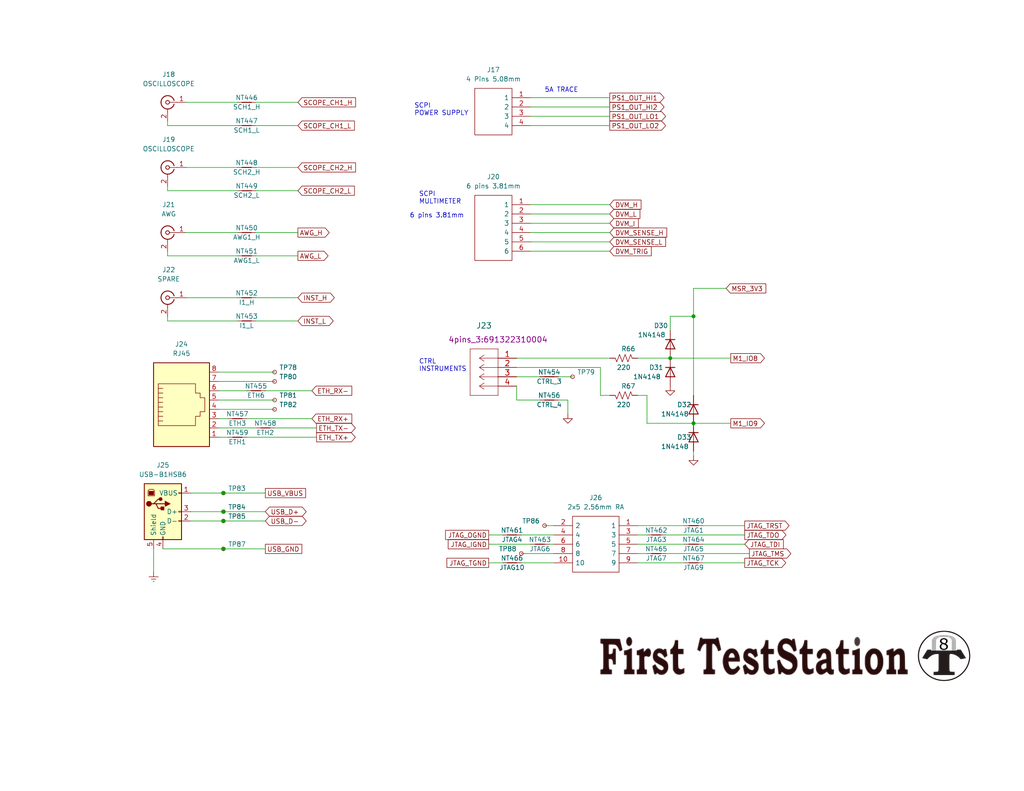
<source format=kicad_sch>
(kicad_sch (version 20211123) (generator eeschema)
  (paper "A")
  (title_block (title "InterconnectIO Board") (date "2022-06-01") (rev "0.1"))
  (lib_symbols
    (symbol "1146770000:1146770000" (pin_names (offset 0.762))
      (property "Reference" "J" (at 16.51 7.62 0))
      (property "Value" "1146770000" (at 16.51 5.08 0))
      (symbol "1146770000_0_0"
        (pin passive line (at 0 0 0) (length 5.08) (name "1") (number "1"))
        (pin passive line (at 0 -2.54 0) (length 5.08) (name "2") (number "2"))
        (pin passive line (at 0 -5.08 0) (length 5.08) (name "3") (number "3"))
        (pin passive line (at 0 -7.62 0) (length 5.08) (name "4") (number "4"))
      )
      (symbol "1146770000_0_1"
        (polyline (pts (xy 5.08 2.54) (xy 15.24 2.54) (xy 15.24 -10.16) (xy 5.08 -10.16) (xy 5.08 2.54)) (stroke (width 0.1524)))
      )
    )
    (symbol "2023-01-04_17-19-45:691322310004" (pin_names (offset 0.254) hide)
      (property "Reference" "J" (at 8.89 6.35 0))
      (property "Value" "691322310004" (at 10.16 -5.08 0))
      (symbol "691322310004_1_1"
        (polyline (pts (xy 5.08 -10.16) (xy 12.7 -10.16)) (stroke (width 0.127)))
        (polyline (pts (xy 5.08 2.54) (xy 5.08 -10.16)) (stroke (width 0.127)))
        (polyline (pts (xy 10.16 -7.62) (xy 5.08 -7.62)) (stroke (width 0.127)))
        (polyline (pts (xy 10.16 -7.62) (xy 8.89 -8.4582)) (stroke (width 0.127)))
        (polyline (pts (xy 10.16 -7.62) (xy 8.89 -6.7818)) (stroke (width 0.127)))
        (polyline (pts (xy 10.16 -5.08) (xy 5.08 -5.08)) (stroke (width 0.127)))
        (polyline (pts (xy 10.16 -5.08) (xy 8.89 -5.9182)) (stroke (width 0.127)))
        (polyline (pts (xy 10.16 -5.08) (xy 8.89 -4.2418)) (stroke (width 0.127)))
        (polyline (pts (xy 10.16 -2.54) (xy 5.08 -2.54)) (stroke (width 0.127)))
        (polyline (pts (xy 10.16 -2.54) (xy 8.89 -3.3782)) (stroke (width 0.127)))
        (polyline (pts (xy 10.16 -2.54) (xy 8.89 -1.7018)) (stroke (width 0.127)))
        (polyline (pts (xy 10.16 0) (xy 5.08 0)) (stroke (width 0.127)))
        (polyline (pts (xy 10.16 0) (xy 8.89 -0.8382)) (stroke (width 0.127)))
        (polyline (pts (xy 10.16 0) (xy 8.89 0.8382)) (stroke (width 0.127)))
        (polyline (pts (xy 12.7 -10.16) (xy 12.7 2.54)) (stroke (width 0.127)))
        (polyline (pts (xy 12.7 2.54) (xy 5.08 2.54)) (stroke (width 0.127)))
        (pin unspecified line (at 0 0 0) (length 5.08) (name "1") (number "1"))
        (pin unspecified line (at 0 -2.54 0) (length 5.08) (name "2") (number "2"))
        (pin unspecified line (at 0 -5.08 0) (length 5.08) (name "3") (number "3"))
        (pin unspecified line (at 0 -7.62 0) (length 5.08) (name "4") (number "4"))
      )
    )
    (symbol "691322310006:691322310006" (pin_names (offset 0.762))
      (property "Reference" "J" (at 16.51 7.62 0))
      (property "Value" "691322310006" (at 16.51 5.08 0))
      (symbol "691322310006_0_0"
        (pin passive line (at 0 0 0) (length 5.08) (name "1") (number "1"))
        (pin passive line (at 0 -2.54 0) (length 5.08) (name "2") (number "2"))
        (pin passive line (at 0 -5.08 0) (length 5.08) (name "3") (number "3"))
        (pin passive line (at 0 -7.62 0) (length 5.08) (name "4") (number "4"))
        (pin passive line (at 0 -10.16 0) (length 5.08) (name "5") (number "5"))
        (pin passive line (at 0 -12.7 0) (length 5.08) (name "6") (number "6"))
      )
      (symbol "691322310006_0_1"
        (polyline (pts (xy 5.08 2.54) (xy 15.24 2.54) (xy 15.24 -15.24) (xy 5.08 -15.24) (xy 5.08 2.54)) (stroke (width 0.1524)))
      )
    )
    (symbol "Connector:8P8C" (pin_names (offset 1.016))
      (property "Reference" "J" (at -5.08 13.97 0))
      (property "Value" "8P8C" (at 2.54 13.97 0))
      (symbol "8P8C_0_1"
        (polyline (pts (xy -5.08 4.445) (xy -6.35 4.445)))
        (polyline (pts (xy -5.08 5.715) (xy -6.35 5.715)))
        (polyline (pts (xy -6.35 -3.175) (xy -5.08 -3.175) (xy -5.08 -3.175)))
        (polyline (pts (xy -6.35 -1.905) (xy -5.08 -1.905) (xy -5.08 -1.905)))
        (polyline (pts (xy -6.35 -0.635) (xy -5.08 -0.635) (xy -5.08 -0.635)))
        (polyline (pts (xy -6.35 0.635) (xy -5.08 0.635) (xy -5.08 0.635)))
        (polyline (pts (xy -6.35 1.905) (xy -5.08 1.905) (xy -5.08 1.905)))
        (polyline (pts (xy -5.08 3.175) (xy -6.35 3.175) (xy -6.35 3.175)))
        (polyline (pts (xy -6.35 -4.445) (xy -6.35 6.985) (xy 3.81 6.985) (xy 3.81 4.445) (xy 5.08 4.445) (xy 5.08 3.175) (xy 6.35 3.175) (xy 6.35 -0.635) (xy 5.08 -0.635) (xy 5.08 -1.905) (xy 3.81 -1.905) (xy 3.81 -4.445) (xy -6.35 -4.445) (xy -6.35 -4.445)))
        (rectangle (start 7.62 12.7) (end -7.62 -10.16) (stroke (width 0.254)) (fill (type background)))
      )
      (symbol "8P8C_1_1"
        (pin passive line (at 10.16 -7.62 180) (length 2.54) (name "~") (number "1"))
        (pin passive line (at 10.16 -5.08 180) (length 2.54) (name "~") (number "2"))
        (pin passive line (at 10.16 -2.54 180) (length 2.54) (name "~") (number "3"))
        (pin passive line (at 10.16 0 180) (length 2.54) (name "~") (number "4"))
        (pin passive line (at 10.16 2.54 180) (length 2.54) (name "~") (number "5"))
        (pin passive line (at 10.16 5.08 180) (length 2.54) (name "~") (number "6"))
        (pin passive line (at 10.16 7.62 180) (length 2.54) (name "~") (number "7"))
        (pin passive line (at 10.16 10.16 180) (length 2.54) (name "~") (number "8"))
      )
    )
    (symbol "Connector:Conn_Coaxial" (pin_names (offset 1.016) hide)
      (property "Reference" "J" (at 0.254 3.048 0))
      (property "Value" "Conn_Coaxial" (at 2.921 0 90))
      (symbol "Conn_Coaxial_0_1"
        (arc (start -1.778 -0.508) (mid 0.222 -1.808) (end 1.778 0) (stroke (width 0.254)))
        (polyline (pts (xy -2.54 0) (xy -0.508 0)))
        (polyline (pts (xy 0 -2.54) (xy 0 -1.778)))
        (circle (center 0 0) (radius 0.508) (stroke (width 0.2032)))
        (arc (start 1.778 0) (mid 0.222 1.8083) (end -1.778 0.508) (stroke (width 0.254)))
      )
      (symbol "Conn_Coaxial_1_1"
        (pin passive line (at -5.08 0 0) (length 2.54) (name "In") (number "1"))
        (pin passive line (at 0 -5.08 90) (length 2.54) (name "Ext") (number "2"))
      )
    )
    (symbol "Connector:TestPoint_Small" (pin_numbers hide) (pin_names (offset 0.762) hide)
      (property "Reference" "TP" (at 0 3.81 0))
      (property "Value" "TestPoint_Small" (at 0 2.032 0))
      (symbol "TestPoint_Small_0_1"
        (circle (center 0 0) (radius 0.508))
      )
      (symbol "TestPoint_Small_1_1"
        (pin passive line (at 0 0 90) (length 0) (name "1") (number "1"))
      )
    )
    (symbol "Connector:USB_B" (pin_names (offset 1.016))
      (property "Reference" "J" (at -5.08 11.43 0))
      (property "Value" "USB_B" (at -5.08 8.89 0))
      (symbol "USB_B_0_1"
        (rectangle (start -5.08 -7.62) (end 5.08 7.62) (stroke (width 0.254)) (fill (type background)))
        (circle (center -3.81 2.159) (radius 0.635) (stroke (width 0.254)) (fill (type outline)))
        (rectangle (start -3.81 5.588) (end -2.54 4.572) (fill (type outline)))
        (circle (center -0.635 3.429) (radius 0.381) (stroke (width 0.254)) (fill (type outline)))
        (rectangle (start -0.127 -7.62) (end 0.127 -6.858))
        (polyline (pts (xy -1.905 2.159) (xy 0.635 2.159)) (stroke (width 0.254)))
        (polyline (pts (xy -3.175 2.159) (xy -2.54 2.159) (xy -1.27 3.429) (xy -0.635 3.429)) (stroke (width 0.254)))
        (polyline (pts (xy -2.54 2.159) (xy -1.905 2.159) (xy -1.27 0.889) (xy 0 0.889)) (stroke (width 0.254)))
        (polyline (pts (xy 0.635 2.794) (xy 0.635 1.524) (xy 1.905 2.159) (xy 0.635 2.794)) (stroke (width 0.254)) (fill (type outline)))
        (polyline (pts (xy -4.064 4.318) (xy -2.286 4.318) (xy -2.286 5.715) (xy -2.667 6.096) (xy -3.683 6.096) (xy -4.064 5.715) (xy -4.064 4.318)))
        (rectangle (start 0.254 1.27) (end -0.508 0.508) (stroke (width 0.254)) (fill (type outline)))
        (rectangle (start 5.08 -2.667) (end 4.318 -2.413))
        (rectangle (start 5.08 -0.127) (end 4.318 0.127))
        (rectangle (start 5.08 4.953) (end 4.318 5.207))
      )
      (symbol "USB_B_1_1"
        (pin power_out line (at 7.62 5.08 180) (length 2.54) (name "VBUS") (number "1"))
        (pin bidirectional line (at 7.62 -2.54 180) (length 2.54) (name "D-") (number "2"))
        (pin bidirectional line (at 7.62 0 180) (length 2.54) (name "D+") (number "3"))
        (pin power_out line (at 0 -10.16 90) (length 2.54) (name "GND") (number "4"))
        (pin passive line (at -2.54 -10.16 90) (length 2.54) (name "Shield") (number "5"))
      )
    )
    (symbol "Device:NetTie_2" (pin_numbers hide) (pin_names (offset 0) hide)
      (property "Reference" "NT" (at 0 1.27 0))
      (property "Value" "NetTie_2" (at 0 -1.27 0))
      (symbol "NetTie_2_0_1"
        (polyline (pts (xy -1.27 0) (xy 1.27 0)) (stroke (width 0.254)))
      )
      (symbol "NetTie_2_1_1"
        (pin passive line (at -2.54 0 0) (length 2.54) (name "1") (number "1"))
        (pin passive line (at 2.54 0 180) (length 2.54) (name "2") (number "2"))
      )
    )
    (symbol "Device:R_US" (pin_numbers hide) (pin_names (offset 0))
      (property "Reference" "R" (at 2.54 0 90))
      (property "Value" "R_US" (at -2.54 0 90))
      (symbol "R_US_0_1"
        (polyline (pts (xy 0 -2.286) (xy 0 -2.54)))
        (polyline (pts (xy 0 2.286) (xy 0 2.54)))
        (polyline (pts (xy 0 -0.762) (xy 1.016 -1.143) (xy 0 -1.524) (xy -1.016 -1.905) (xy 0 -2.286)))
        (polyline (pts (xy 0 0.762) (xy 1.016 0.381) (xy 0 0) (xy -1.016 -0.381) (xy 0 -0.762)))
        (polyline (pts (xy 0 2.286) (xy 1.016 1.905) (xy 0 1.524) (xy -1.016 1.143) (xy 0 0.762)))
      )
      (symbol "R_US_1_1"
        (pin passive line (at 0 3.81 270) (length 1.27) (name "~") (number "1"))
        (pin passive line (at 0 -3.81 90) (length 1.27) (name "~") (number "2"))
      )
    )
    (symbol "Diode:1N4148" (pin_numbers hide) (pin_names (offset 1.016) hide)
      (property "Reference" "D" (at 0 2.54 0))
      (property "Value" "1N4148" (at 0 -2.54 0))
      (symbol "1N4148_0_1"
        (polyline (pts (xy -1.27 1.27) (xy -1.27 -1.27)) (stroke (width 0.254)))
        (polyline (pts (xy 1.27 0) (xy -1.27 0)))
        (polyline (pts (xy 1.27 1.27) (xy 1.27 -1.27) (xy -1.27 0) (xy 1.27 1.27)) (stroke (width 0.254)))
      )
      (symbol "1N4148_1_1"
        (pin passive line (at -3.81 0 0) (length 2.54) (name "K") (number "1"))
        (pin passive line (at 3.81 0 180) (length 2.54) (name "A") (number "2"))
      )
    )
    (symbol "SBH11-PBPC-D05-RA-BK:SBH11-PBPC-D05-RA-BK" (pin_names (offset 0.762))
      (property "Reference" "J" (at 19.05 7.62 0))
      (property "Value" "SBH11-PBPC-D05-RA-BK" (at 19.05 5.08 0))
      (symbol "SBH11-PBPC-D05-RA-BK_0_0"
        (pin passive line (at 0 0 0) (length 5.08) (name "1") (number "1"))
        (pin passive line (at 22.86 -10.16 180) (length 5.08) (name "10") (number "10"))
        (pin passive line (at 22.86 0 180) (length 5.08) (name "2") (number "2"))
        (pin passive line (at 0 -2.54 0) (length 5.08) (name "3") (number "3"))
        (pin passive line (at 22.86 -2.54 180) (length 5.08) (name "4") (number "4"))
        (pin passive line (at 0 -5.08 0) (length 5.08) (name "5") (number "5"))
        (pin passive line (at 22.86 -5.08 180) (length 5.08) (name "6") (number "6"))
        (pin passive line (at 0 -7.62 0) (length 5.08) (name "7") (number "7"))
        (pin passive line (at 22.86 -7.62 180) (length 5.08) (name "8") (number "8"))
        (pin passive line (at 0 -10.16 0) (length 5.08) (name "9") (number "9"))
      )
      (symbol "SBH11-PBPC-D05-RA-BK_0_1"
        (polyline (pts (xy 5.08 2.54) (xy 17.78 2.54) (xy 17.78 -12.7) (xy 5.08 -12.7) (xy 5.08 2.54)) (stroke (width 0.1524)))
      )
    )
    (symbol "power:Earth" (power) (pin_names (offset 0))
      (symbol "Earth_0_1"
        (polyline (pts (xy -0.635 -1.905) (xy 0.635 -1.905)))
        (polyline (pts (xy -0.127 -2.54) (xy 0.127 -2.54)))
        (polyline (pts (xy 0 -1.27) (xy 0 0)))
        (polyline (pts (xy 1.27 -1.27) (xy -1.27 -1.27)))
      )
      (symbol "Earth_1_1"
        (pin power_in line (at 0 0 270) (length 0) hide (name "Earth") (number "1"))
      )
    )
    (symbol "power:GND" (power) (pin_numbers hide) (pin_names (offset 0) hide)
      (property "Value" "GND" (at 0 -3.81 0))
      (symbol "GND_0_1"
        (polyline (pts (xy 0 0) (xy 0 -1.27) (xy 1.27 -1.27) (xy 0 -2.54) (xy -1.27 -1.27) (xy 0 -1.27)))
      )
      (symbol "GND_1_1"
        (pin power_in line (at 0 0 270) (length 0) hide (name "GND") (number "1"))
      )
    )
  )
  (junction (at 60.96 149.86))
  (junction (at 182.88 97.79))
  (junction (at 60.96 134.62))
  (junction (at 189.23 86.36))
  (junction (at 60.96 142.24))
  (junction (at 60.96 139.7))
  (junction (at 189.23 115.57))
  (wire (pts (xy 144.78 55.88) (xy 166.37 55.88)))
  (wire (pts (xy 59.69 109.22) (xy 74.93 109.22)))
  (wire (pts (xy 72.39 149.86) (xy 60.96 149.86)))
  (wire (pts (xy 59.69 104.14) (xy 74.93 104.14)))
  (wire (pts (xy 45.72 52.07) (xy 45.72 50.8)))
  (wire (pts (xy 144.78 68.58) (xy 166.37 68.58)))
  (wire (pts (xy 144.78 34.29) (xy 166.37 34.29)))
  (wire (pts (xy 204.47 151.13) (xy 181.61 151.13)))
  (wire (pts (xy 45.72 87.63) (xy 64.77 87.63)))
  (wire (pts (xy 133.35 146.05) (xy 137.16 146.05)))
  (wire (pts (xy 151.13 146.05) (xy 142.24 146.05)))
  (wire (pts (xy 44.45 149.86) (xy 60.96 149.86)))
  (wire (pts (xy 52.07 134.62) (xy 60.96 134.62)))
  (wire (pts (xy 182.88 97.79) (xy 199.39 97.79)))
  (wire (pts (xy 152.4 109.22) (xy 154.94 109.22)))
  (wire (pts (xy 45.72 34.29) (xy 45.72 33.02)))
  (wire (pts (xy 52.07 142.24) (xy 60.96 142.24)))
  (wire (pts (xy 176.53 107.95) (xy 173.99 107.95)))
  (wire (pts (xy 81.28 87.63) (xy 69.85 87.63)))
  (wire (pts (xy 50.8 81.28) (xy 64.77 81.28)))
  (wire (pts (xy 81.28 52.07) (xy 69.85 52.07)))
  (wire (pts (xy 203.2 153.67) (xy 191.77 153.67)))
  (wire (pts (xy 59.69 116.84) (xy 69.85 116.84)))
  (wire (pts (xy 133.35 148.59) (xy 144.78 148.59)))
  (wire (pts (xy 182.88 86.36) (xy 182.88 90.17)))
  (wire (pts (xy 50.8 45.72) (xy 64.77 45.72)))
  (wire (pts (xy 142.24 151.13) (xy 151.13 151.13)))
  (wire (pts (xy 41.91 149.86) (xy 41.91 156.21)))
  (wire (pts (xy 85.09 114.3) (xy 67.31 114.3)))
  (wire (pts (xy 144.78 60.96) (xy 166.37 60.96)))
  (wire (pts (xy 182.88 86.36) (xy 189.23 86.36)))
  (wire (pts (xy 50.8 27.94) (xy 64.77 27.94)))
  (wire (pts (xy 148.59 143.51) (xy 151.13 143.51)))
  (wire (pts (xy 173.99 153.67) (xy 186.69 153.67)))
  (wire (pts (xy 144.78 26.67) (xy 166.37 26.67)))
  (wire (pts (xy 59.69 106.68) (xy 67.31 106.68)))
  (wire (pts (xy 72.39 134.62) (xy 60.96 134.62)))
  (wire (pts (xy 140.97 97.79) (xy 166.37 97.79)))
  (wire (pts (xy 166.37 107.95) (xy 163.83 107.95)))
  (wire (pts (xy 81.28 27.94) (xy 69.85 27.94)))
  (wire (pts (xy 45.72 87.63) (xy 45.72 86.36)))
  (wire (pts (xy 72.39 142.24) (xy 60.96 142.24)))
  (wire (pts (xy 189.23 123.19) (xy 189.23 124.46)))
  (wire (pts (xy 151.13 148.59) (xy 149.86 148.59)))
  (wire (pts (xy 86.36 116.84) (xy 74.93 116.84)))
  (wire (pts (xy 144.78 63.5) (xy 166.37 63.5)))
  (wire (pts (xy 140.97 109.22) (xy 147.32 109.22)))
  (wire (pts (xy 176.53 115.57) (xy 189.23 115.57)))
  (wire (pts (xy 203.2 148.59) (xy 191.77 148.59)))
  (wire (pts (xy 182.88 97.79) (xy 173.99 97.79)))
  (wire (pts (xy 133.35 153.67) (xy 137.16 153.67)))
  (wire (pts (xy 140.97 102.87) (xy 147.32 102.87)))
  (wire (pts (xy 152.4 102.87) (xy 156.21 102.87)))
  (wire (pts (xy 81.28 63.5) (xy 69.85 63.5)))
  (wire (pts (xy 45.72 69.85) (xy 64.77 69.85)))
  (wire (pts (xy 45.72 69.85) (xy 45.72 68.58)))
  (wire (pts (xy 173.99 151.13) (xy 176.53 151.13)))
  (wire (pts (xy 203.2 143.51) (xy 191.77 143.51)))
  (wire (pts (xy 144.78 31.75) (xy 166.37 31.75)))
  (wire (pts (xy 81.28 81.28) (xy 69.85 81.28)))
  (wire (pts (xy 85.09 106.68) (xy 72.39 106.68)))
  (wire (pts (xy 144.78 66.04) (xy 166.37 66.04)))
  (wire (pts (xy 173.99 148.59) (xy 186.69 148.59)))
  (wire (pts (xy 45.72 52.07) (xy 64.77 52.07)))
  (wire (pts (xy 52.07 139.7) (xy 60.96 139.7)))
  (wire (pts (xy 176.53 107.95) (xy 176.53 115.57)))
  (wire (pts (xy 50.8 63.5) (xy 64.77 63.5)))
  (wire (pts (xy 163.83 100.33) (xy 140.97 100.33)))
  (wire (pts (xy 189.23 86.36) (xy 189.23 107.95)))
  (wire (pts (xy 45.72 34.29) (xy 64.77 34.29)))
  (wire (pts (xy 59.69 101.6) (xy 74.93 101.6)))
  (wire (pts (xy 81.28 69.85) (xy 69.85 69.85)))
  (wire (pts (xy 72.39 139.7) (xy 60.96 139.7)))
  (wire (pts (xy 144.78 58.42) (xy 166.37 58.42)))
  (wire (pts (xy 173.99 146.05) (xy 176.53 146.05)))
  (wire (pts (xy 189.23 78.74) (xy 189.23 86.36)))
  (wire (pts (xy 189.23 78.74) (xy 198.12 78.74)))
  (wire (pts (xy 86.36 119.38) (xy 67.31 119.38)))
  (wire (pts (xy 81.28 34.29) (xy 69.85 34.29)))
  (wire (pts (xy 59.69 114.3) (xy 62.23 114.3)))
  (wire (pts (xy 163.83 107.95) (xy 163.83 100.33)))
  (wire (pts (xy 144.78 29.21) (xy 166.37 29.21)))
  (wire (pts (xy 81.28 45.72) (xy 69.85 45.72)))
  (wire (pts (xy 151.13 153.67) (xy 142.24 153.67)))
  (wire (pts (xy 203.2 146.05) (xy 181.61 146.05)))
  (wire (pts (xy 59.69 111.76) (xy 74.93 111.76)))
  (wire (pts (xy 154.94 109.22) (xy 154.94 113.03)))
  (wire (pts (xy 59.69 119.38) (xy 62.23 119.38)))
  (wire (pts (xy 173.99 143.51) (xy 186.69 143.51)))
  (wire (pts (xy 189.23 115.57) (xy 199.39 115.57)))
  (wire (pts (xy 140.97 105.41) (xy 140.97 109.22)))
  (image (at 205.74 179.07) (scale 2.13772))
  (image (at 257.81 179.07))
  (text "SCPI\nPOWER SUPPLY" (at 113.03 31.75 0) (effects (font (size 1.27 1.27)) (justify left bottom)))
  (text "5A TRACE" (at 148.59 25.4 0) (effects (font (size 1.27 1.27)) (justify left bottom)))
  (text "CTRL\nINSTRUMENTS" (at 114.3 101.6 0) (effects (font (size 1.27 1.27)) (justify left bottom)))
  (text "SCPI\nMULTIMETER" (at 114.3 55.88 0) (effects (font (size 1.27 1.27)) (justify left bottom)))
  (text "6 pins 3.81mm" (at 111.76 59.69 0) (effects (font (size 1.27 1.27)) (justify left bottom)))
  (global_label "PS1_OUT_LO1" (shape output) (at 166.37 31.75 0) (property "Intersheet References" "${INTERSHEET_REFS}" (effects hide)))
  (global_label "SCOPE_CH1_L" (shape input) (at 81.28 34.29 0) (property "Intersheet References" "${INTERSHEET_REFS}" (effects hide)))
  (global_label "JTAG_IGND" (shape passive) (at 133.35 148.59 180) (property "Intersheet References" "${INTERSHEET_REFS}" (effects hide)))
  (global_label "AWG_H" (shape output) (at 81.28 63.5 0) (property "Intersheet References" "${INTERSHEET_REFS}" (effects hide)))
  (global_label "DVM_I" (shape input) (at 166.37 60.96 0) (property "Intersheet References" "${INTERSHEET_REFS}" (effects hide)))
  (global_label "SCOPE_CH2_L" (shape input) (at 81.28 52.07 0) (property "Intersheet References" "${INTERSHEET_REFS}" (effects hide)))
  (global_label "USB_VBUS" (shape passive) (at 72.39 134.62 0) (property "Intersheet References" "${INTERSHEET_REFS}" (effects hide)))
  (global_label "PS1_OUT_HI1" (shape output) (at 166.37 26.67 0) (property "Intersheet References" "${INTERSHEET_REFS}" (effects hide)))
  (global_label "PS1_OUT_HI2" (shape output) (at 166.37 29.21 0) (property "Intersheet References" "${INTERSHEET_REFS}" (effects hide)))
  (global_label "INST_H" (shape bidirectional) (at 81.28 81.28 0) (property "Intersheet References" "${INTERSHEET_REFS}" (effects hide)))
  (global_label "DVM_L" (shape input) (at 166.37 58.42 0) (property "Intersheet References" "${INTERSHEET_REFS}" (effects hide)))
  (global_label "JTAG_TDI" (shape input) (at 203.2 148.59 0) (property "Intersheet References" "${INTERSHEET_REFS}" (effects hide)))
  (global_label "ETH_RX-" (shape input) (at 85.09 106.68 0) (property "Intersheet References" "${INTERSHEET_REFS}" (effects hide)))
  (global_label "USB_D+" (shape bidirectional) (at 72.39 139.7 0) (property "Intersheet References" "${INTERSHEET_REFS}" (effects hide)))
  (global_label "JTAG_TMS" (shape output) (at 204.47 151.13 0) (property "Intersheet References" "${INTERSHEET_REFS}" (effects hide)))
  (global_label "USB_D-" (shape bidirectional) (at 72.39 142.24 0) (property "Intersheet References" "${INTERSHEET_REFS}" (effects hide)))
  (global_label "JTAG_TCK" (shape output) (at 203.2 153.67 0) (property "Intersheet References" "${INTERSHEET_REFS}" (effects hide)))
  (global_label "PS1_OUT_LO2" (shape output) (at 166.37 34.29 0) (property "Intersheet References" "${INTERSHEET_REFS}" (effects hide)))
  (global_label "JTAG_TRST" (shape output) (at 203.2 143.51 0) (property "Intersheet References" "${INTERSHEET_REFS}" (effects hide)))
  (global_label "MSR_3V3" (shape input) (at 198.12 78.74 0) (property "Intersheet References" "${INTERSHEET_REFS}" (effects hide)))
  (global_label "SCOPE_CH2_H" (shape input) (at 81.28 45.72 0) (property "Intersheet References" "${INTERSHEET_REFS}" (effects hide)))
  (global_label "USB_GND" (shape passive) (at 72.39 149.86 0) (property "Intersheet References" "${INTERSHEET_REFS}" (effects hide)))
  (global_label "DVM_TRIG" (shape input) (at 166.37 68.58 0) (property "Intersheet References" "${INTERSHEET_REFS}" (effects hide)))
  (global_label "DVM_H" (shape input) (at 166.37 55.88 0) (property "Intersheet References" "${INTERSHEET_REFS}" (effects hide)))
  (global_label "AWG_L" (shape output) (at 81.28 69.85 0) (property "Intersheet References" "${INTERSHEET_REFS}" (effects hide)))
  (global_label "ETH_TX+" (shape output) (at 86.36 119.38 0) (property "Intersheet References" "${INTERSHEET_REFS}" (effects hide)))
  (global_label "INST_L" (shape bidirectional) (at 81.28 87.63 0) (property "Intersheet References" "${INTERSHEET_REFS}" (effects hide)))
  (global_label "JTAG_TGND" (shape passive) (at 133.35 153.67 180) (property "Intersheet References" "${INTERSHEET_REFS}" (effects hide)))
  (global_label "DVM_SENSE_H" (shape input) (at 166.37 63.5 0) (property "Intersheet References" "${INTERSHEET_REFS}" (effects hide)))
  (global_label "JTAG_TDO" (shape output) (at 203.2 146.05 0) (property "Intersheet References" "${INTERSHEET_REFS}" (effects hide)))
  (global_label "DVM_SENSE_L" (shape input) (at 166.37 66.04 0) (property "Intersheet References" "${INTERSHEET_REFS}" (effects hide)))
  (global_label "SCOPE_CH1_H" (shape input) (at 81.28 27.94 0) (property "Intersheet References" "${INTERSHEET_REFS}" (effects hide)))
  (global_label "M1_IO8" (shape output) (at 199.39 97.79 0) (property "Intersheet References" "${INTERSHEET_REFS}" (effects hide)))
  (global_label "ETH_TX-" (shape output) (at 86.36 116.84 0) (property "Intersheet References" "${INTERSHEET_REFS}" (effects hide)))
  (global_label "M1_IO9" (shape output) (at 199.39 115.57 0) (property "Intersheet References" "${INTERSHEET_REFS}" (effects hide)))
  (global_label "JTAG_OGND" (shape passive) (at 133.35 146.05 180) (property "Intersheet References" "${INTERSHEET_REFS}" (effects hide)))
  (global_label "ETH_RX+" (shape input) (at 85.09 114.3 0) (property "Intersheet References" "${INTERSHEET_REFS}" (effects hide)))
  (symbol (lib_id "Device:NetTie_2") (at 64.77 114.3 0) (mirror y) (unit 1)
    (property "Reference" "NT457" (at 64.77 113.03 0))
    (property "Value" "ETH3" (at 64.77 115.57 0))
    (property "Footprint" "NetTie:NetTie-2_THT_Pad1.0mm" (effects hide))
  )
  (symbol (lib_id "Device:NetTie_2") (at 67.31 45.72 0) (mirror y) (unit 1)
    (property "Reference" "NT448" (at 67.31 44.45 0))
    (property "Value" "SCH2_H" (at 67.31 46.99 0))
    (property "Footprint" "NetTie:NetTie-2_THT_Pad1.0mm" (effects hide))
  )
  (symbol (lib_id "Device:NetTie_2") (at 149.86 102.87 0) (mirror y) (unit 1)
    (property "Reference" "NT454" (at 149.86 101.6 0))
    (property "Value" "CTRL_3" (at 149.86 104.14 0))
    (property "Footprint" "NetTie:NetTie-2_THT_Pad1.0mm" (effects hide))
  )
  (symbol (lib_id "Device:NetTie_2") (at 179.07 151.13 0) (mirror y) (unit 1)
    (property "Reference" "NT465" (at 179.07 149.86 0))
    (property "Value" "JTAG7" (at 179.07 152.4 0))
    (property "Footprint" "NetTie:NetTie-2_THT_Pad1.0mm" (effects hide))
  )
  (symbol (lib_id "Device:R_US") (at 170.18 97.79 270) (mirror x) (unit 1)
    (property "Reference" "R66" (at 171.45 95.25 90))
    (property "Value" "220" (at 170.18 100.33 90))
    (property "Footprint" "Resistor_THT:R_Axial_DIN0309_L9.0mm_D3.2mm_P12.70mm_Horizontal" (effects hide))
  )
  (symbol (lib_id "Connector:TestPoint_Small") (at 74.93 104.14 0) (unit 1)
    (property "Reference" "TP80" (at 76.2 102.87 0) (effects (justify left)))
    (property "Value" "TestPoint_Small" (effects hide))
    (property "Footprint" "Connector_Pin:Pin_D1.0mm_L10.0mm" (effects hide))
  )
  (symbol (lib_id "Connector:TestPoint_Small") (at 60.96 139.7 0) (unit 1)
    (property "Reference" "TP84" (at 62.23 138.43 0) (effects (justify left)))
    (property "Value" "TestPoint_Small" (effects hide))
    (property "Footprint" "Connector_Pin:Pin_D1.0mm_L10.0mm" (effects hide))
  )
  (symbol (lib_id "power:GND") (at 189.23 124.46 0) (mirror y) (unit 1)
    (property "Reference" "#PWR0107" (effects hide))
    (property "Value" "GND" (effects hide))
  )
  (symbol (lib_id "Device:NetTie_2") (at 67.31 52.07 0) (mirror y) (unit 1)
    (property "Reference" "NT449" (at 67.31 50.8 0))
    (property "Value" "SCH2_L" (at 67.31 53.34 0))
    (property "Footprint" "NetTie:NetTie-2_THT_Pad1.0mm" (effects hide))
  )
  (symbol (lib_id "Diode:1N4148") (at 182.88 101.6 270) (unit 1)
    (property "Reference" "D31" (at 179.07 100.33 90))
    (property "Value" "1N4148" (at 176.53 102.87 90))
    (property "Footprint" "Diode_THT:D_DO-35_SOD27_P7.62mm_Horizontal" (effects hide))
    (property "Datasheet" "https://assets.nexperia.com/documents/data-sheet/1N4148_1N4448.pdf" (effects hide))
  )
  (symbol (lib_id "Connector:Conn_Coaxial") (at 45.72 63.5 0) (mirror y) (unit 1)
    (property "Reference" "J21" (at 46.0374 55.88 0))
    (property "Value" "AWG" (at 46.0374 58.42 0))
    (property "Footprint" "Connector_Coaxial:BNC_Amphenol_B6252HB-NPP3G-50_Horizontal" (effects hide))
    (property "Datasheet" " ~" (effects hide))
  )
  (symbol (lib_id "Connector:TestPoint_Small") (at 156.21 102.87 0) (unit 1)
    (property "Reference" "TP79" (at 157.48 101.6 0) (effects (justify left)))
    (property "Value" "TestPoint_Small" (effects hide))
    (property "Footprint" "Connector_Pin:Pin_D1.0mm_L10.0mm" (effects hide))
  )
  (symbol (lib_id "Connector:TestPoint_Small") (at 74.93 101.6 0) (unit 1)
    (property "Reference" "TP78" (at 76.2 100.33 0) (effects (justify left)))
    (property "Value" "TestPoint_Small" (effects hide))
    (property "Footprint" "Connector_Pin:Pin_D1.0mm_L10.0mm" (effects hide))
  )
  (symbol (lib_id "Connector:TestPoint_Small") (at 60.96 134.62 0) (unit 1)
    (property "Reference" "TP83" (at 62.23 133.35 0) (effects (justify left)))
    (property "Value" "TestPoint_Small" (effects hide))
    (property "Footprint" "Connector_Pin:Pin_D1.0mm_L10.0mm" (effects hide))
  )
  (symbol (lib_id "Connector:8P8C") (at 49.53 111.76 0) (unit 1)
    (property "Reference" "J24" (at 49.53 93.98 0))
    (property "Value" "RJ45" (at 49.53 96.52 0))
    (property "Footprint" "Connector_RJ:RJ45_Amphenol_54602-x08_Horizontal" (effects hide))
  )
  (symbol (lib_id "Device:NetTie_2") (at 189.23 148.59 0) (mirror y) (unit 1)
    (property "Reference" "NT464" (at 189.23 147.32 0))
    (property "Value" "JTAG5" (at 189.23 149.86 0))
    (property "Footprint" "NetTie:NetTie-2_THT_Pad1.0mm" (effects hide))
  )
  (symbol (lib_id "Connector:USB_B") (at 44.45 139.7 0) (unit 1)
    (property "Reference" "J25" (at 44.45 127 0))
    (property "Value" "USB-B1HSB6" (at 44.45 129.54 0))
    (property "Footprint" "Connector_USB:USB_B_OST_USB-B1HSxx_Horizontal" (effects hide))
    (property "Datasheet" " ~" (effects hide))
  )
  (symbol (lib_id "Device:NetTie_2") (at 72.39 116.84 0) (mirror y) (unit 1)
    (property "Reference" "NT458" (at 72.39 115.57 0))
    (property "Value" "ETH2" (at 72.39 118.11 0))
    (property "Footprint" "NetTie:NetTie-2_THT_Pad1.0mm" (effects hide))
  )
  (symbol (lib_id "Device:NetTie_2") (at 179.07 146.05 0) (mirror y) (unit 1)
    (property "Reference" "NT462" (at 179.07 144.78 0))
    (property "Value" "JTAG3" (at 179.07 147.32 0))
    (property "Footprint" "NetTie:NetTie-2_THT_Pad1.0mm" (effects hide))
  )
  (symbol (lib_id "Device:NetTie_2") (at 67.31 69.85 0) (mirror y) (unit 1)
    (property "Reference" "NT451" (at 67.31 68.58 0))
    (property "Value" "AWG1_L" (at 67.31 71.12 0))
    (property "Footprint" "NetTie:NetTie-2_THT_Pad1.0mm" (effects hide))
  )
  (symbol (lib_id "SBH11-PBPC-D05-RA-BK:SBH11-PBPC-D05-RA-BK") (at 173.99 143.51 0) (mirror y) (unit 1)
    (property "Reference" "J26" (at 162.56 135.89 0))
    (property "Value" "2x5 2.56mm RA" (at 162.56 138.43 0))
    (property "Footprint" "Connector_jtag:SHDRRA10W64P254_2X5_1270X910X880P" (effects hide))
    (property "Datasheet" "http://sullinscorp.com/catalogs/145_PAGE118_.100_SBH11_SERIES_MALE_BOX_HDR_ST_RA_SMT.pdf" (effects hide))
    (property "Description" "Header(shrouded), 2.54mm, 5x2, Gold, R/A, TH" (effects hide))
    (property "Height" "8.8" (effects hide))
    (property "Manufacturer_Name" "Sullins" (effects hide))
    (property "Manufacturer_Part_Number" "SBH11-PBPC-D05-RA-BK" (effects hide))
  )
  (symbol (lib_id "Device:NetTie_2") (at 189.23 153.67 0) (mirror y) (unit 1)
    (property "Reference" "NT467" (at 189.23 152.4 0))
    (property "Value" "JTAG9" (at 189.23 154.94 0))
    (property "Footprint" "NetTie:NetTie-2_THT_Pad1.0mm" (effects hide))
  )
  (symbol (lib_id "Connector:TestPoint_Small") (at 60.96 142.24 0) (unit 1)
    (property "Reference" "TP85" (at 62.23 140.97 0) (effects (justify left)))
    (property "Value" "TestPoint_Small" (effects hide))
    (property "Footprint" "Connector_Pin:Pin_D1.0mm_L10.0mm" (effects hide))
  )
  (symbol (lib_id "Diode:1N4148") (at 189.23 119.38 270) (unit 1)
    (property "Reference" "D33" (at 186.69 119.38 90))
    (property "Value" "1N4148" (at 184.15 121.92 90))
    (property "Footprint" "Diode_THT:D_DO-35_SOD27_P7.62mm_Horizontal" (effects hide))
    (property "Datasheet" "https://assets.nexperia.com/documents/data-sheet/1N4148_1N4448.pdf" (effects hide))
  )
  (symbol (lib_id "power:GND") (at 182.88 105.41 0) (mirror y) (unit 1)
    (property "Reference" "#PWR0105" (effects hide))
    (property "Value" "GND" (effects hide))
  )
  (symbol (lib_id "Diode:1N4148") (at 189.23 111.76 270) (unit 1)
    (property "Reference" "D32" (at 186.69 110.49 90))
    (property "Value" "1N4148" (at 184.15 113.03 90))
    (property "Footprint" "Diode_THT:D_DO-35_SOD27_P7.62mm_Horizontal" (effects hide))
    (property "Datasheet" "https://assets.nexperia.com/documents/data-sheet/1N4148_1N4448.pdf" (effects hide))
  )
  (symbol (lib_id "Device:NetTie_2") (at 67.31 27.94 0) (mirror y) (unit 1)
    (property "Reference" "NT446" (at 67.31 26.67 0))
    (property "Value" "SCH1_H" (at 67.31 29.21 0))
    (property "Footprint" "NetTie:NetTie-2_THT_Pad1.0mm" (effects hide))
  )
  (symbol (lib_id "Device:R_US") (at 170.18 107.95 270) (mirror x) (unit 1)
    (property "Reference" "R67" (at 171.45 105.41 90))
    (property "Value" "220" (at 170.18 110.49 90))
    (property "Footprint" "Resistor_THT:R_Axial_DIN0309_L9.0mm_D3.2mm_P12.70mm_Horizontal" (effects hide))
  )
  (symbol (lib_id "Connector:Conn_Coaxial") (at 45.72 45.72 0) (mirror y) (unit 1)
    (property "Reference" "J19" (at 46.0374 38.1 0))
    (property "Value" "OSCILLOSCOPE" (at 46.0374 40.64 0))
    (property "Footprint" "Connector_Coaxial:BNC_Amphenol_B6252HB-NPP3G-50_Horizontal" (effects hide))
    (property "Datasheet" " ~" (effects hide))
  )
  (symbol (lib_id "Device:NetTie_2") (at 139.7 153.67 0) (unit 1)
    (property "Reference" "NT466" (at 139.7 152.4 0))
    (property "Value" "JTAG10" (at 139.7 154.94 0))
    (property "Footprint" "NetTie:NetTie-2_THT_Pad1.0mm" (effects hide))
  )
  (symbol (lib_id "Device:NetTie_2") (at 147.32 148.59 0) (unit 1)
    (property "Reference" "NT463" (at 147.32 147.32 0))
    (property "Value" "JTAG6" (at 147.32 149.86 0))
    (property "Footprint" "NetTie:NetTie-2_THT_Pad1.0mm" (effects hide))
  )
  (symbol (lib_id "Device:NetTie_2") (at 149.86 109.22 0) (mirror y) (unit 1)
    (property "Reference" "NT456" (at 149.86 107.95 0))
    (property "Value" "CTRL_4" (at 149.86 110.49 0))
    (property "Footprint" "NetTie:NetTie-2_THT_Pad1.0mm" (effects hide))
  )
  (symbol (lib_id "power:Earth") (at 41.91 156.21 0) (unit 1)
    (property "Reference" "#PWR0108" (effects hide))
    (property "Value" "Earth" (effects hide))
  )
  (symbol (lib_id "Device:NetTie_2") (at 139.7 146.05 0) (unit 1)
    (property "Reference" "NT461" (at 139.7 144.78 0))
    (property "Value" "JTAG4" (at 139.7 147.32 0))
    (property "Footprint" "NetTie:NetTie-2_THT_Pad1.0mm" (effects hide))
  )
  (symbol (lib_id "Device:NetTie_2") (at 189.23 143.51 0) (mirror y) (unit 1)
    (property "Reference" "NT460" (at 189.23 142.24 0))
    (property "Value" "JTAG1" (at 189.23 144.78 0))
    (property "Footprint" "NetTie:NetTie-2_THT_Pad1.0mm" (effects hide))
  )
  (symbol (lib_id "Device:NetTie_2") (at 67.31 87.63 0) (mirror y) (unit 1)
    (property "Reference" "NT453" (at 67.31 86.36 0))
    (property "Value" "I1_L" (at 67.31 88.9 0))
    (property "Footprint" "NetTie:NetTie-2_THT_Pad1.0mm" (effects hide))
  )
  (symbol (lib_id "Connector:Conn_Coaxial") (at 45.72 81.28 0) (mirror y) (unit 1)
    (property "Reference" "J22" (at 46.0374 73.66 0))
    (property "Value" "SPARE" (at 46.0374 76.2 0))
    (property "Footprint" "Connector_Coaxial:BNC_Amphenol_B6252HB-NPP3G-50_Horizontal" (effects hide))
    (property "Datasheet" " ~" (effects hide))
  )
  (symbol (lib_id "Device:NetTie_2") (at 67.31 81.28 0) (mirror y) (unit 1)
    (property "Reference" "NT452" (at 67.31 80.01 0))
    (property "Value" "I1_H" (at 67.31 82.55 0))
    (property "Footprint" "NetTie:NetTie-2_THT_Pad1.0mm" (effects hide))
  )
  (symbol (lib_id "Connector:TestPoint_Small") (at 142.24 151.13 0) (mirror y) (unit 1)
    (property "Reference" "TP88" (at 140.97 149.86 0) (effects (justify left)))
    (property "Value" "TestPoint_Small" (effects hide))
    (property "Footprint" "Connector_Pin:Pin_D1.0mm_L10.0mm" (effects hide))
  )
  (symbol (lib_id "Device:NetTie_2") (at 69.85 106.68 0) (mirror y) (unit 1)
    (property "Reference" "NT455" (at 69.85 105.41 0))
    (property "Value" "ETH6" (at 69.85 107.95 0))
    (property "Footprint" "NetTie:NetTie-2_THT_Pad1.0mm" (effects hide))
  )
  (symbol (lib_id "Device:NetTie_2") (at 67.31 34.29 0) (mirror y) (unit 1)
    (property "Reference" "NT447" (at 67.31 33.02 0))
    (property "Value" "SCH1_L" (at 67.31 35.56 0))
    (property "Footprint" "NetTie:NetTie-2_THT_Pad1.0mm" (effects hide))
  )
  (symbol (lib_id "power:GND") (at 154.94 113.03 0) (mirror y) (unit 1)
    (property "Reference" "#PWR0106" (effects hide))
    (property "Value" "GND" (effects hide))
  )
  (symbol (lib_id "2023-01-04_17-19-45:691322310004") (at 140.97 97.79 0) (mirror y) (unit 1)
    (property "Reference" "J23" (at 132.08 88.9 0) (effects (font (size 1.524 1.524))))
    (property "Value" "691322310004" (effects hide))
    (property "Footprint" "4pins_3:691322310004" (at 135.89 92.71 0) (effects (font (size 1.524 1.524))))
  )
  (symbol (lib_id "Device:NetTie_2") (at 67.31 63.5 0) (mirror y) (unit 1)
    (property "Reference" "NT450" (at 67.31 62.23 0))
    (property "Value" "AWG1_H" (at 67.31 64.77 0))
    (property "Footprint" "NetTie:NetTie-2_THT_Pad1.0mm" (effects hide))
  )
  (symbol (lib_id "Connector:TestPoint_Small") (at 60.96 149.86 0) (unit 1)
    (property "Reference" "TP87" (at 62.23 148.59 0) (effects (justify left)))
    (property "Value" "TestPoint_Small" (effects hide))
    (property "Footprint" "Connector_Pin:Pin_D1.0mm_L10.0mm" (effects hide))
  )
  (symbol (lib_id "Connector:TestPoint_Small") (at 74.93 111.76 0) (unit 1)
    (property "Reference" "TP82" (at 76.2 110.49 0) (effects (justify left)))
    (property "Value" "TestPoint_Small" (effects hide))
    (property "Footprint" "Connector_Pin:Pin_D1.0mm_L10.0mm" (effects hide))
  )
  (symbol (lib_id "Connector:TestPoint_Small") (at 74.93 109.22 0) (unit 1)
    (property "Reference" "TP81" (at 76.2 107.95 0) (effects (justify left)))
    (property "Value" "TestPoint_Small" (effects hide))
    (property "Footprint" "Connector_Pin:Pin_D1.0mm_L10.0mm" (effects hide))
  )
  (symbol (lib_id "691322310006:691322310006") (at 144.78 55.88 0) (mirror y) (unit 1)
    (property "Reference" "J20" (at 134.62 48.26 0))
    (property "Value" "6 pins 3.81mm" (at 134.62 50.8 0))
    (property "Footprint" "6pin_3:SHDRRA6W80P0X381_1X6_2405X920X700P" (effects hide))
    (property "Datasheet" "https://componentsearchengine.com/Datasheets/1/691322310006.pdf" (effects hide))
    (property "Description" "WR-TBL Terminal block - serie 322" (effects hide))
    (property "Height" "7" (effects hide))
    (property "Manufacturer_Name" "Wurth Elektronik" (effects hide))
    (property "Manufacturer_Part_Number" "691322310006" (effects hide))
    (property "Mouser Part Number" "710-691322310006" (effects hide))
    (property "Mouser Price/Stock" "https://www.mouser.co.uk/ProductDetail/Wurth-Elektronik/691322310006?qs=2kOmHSv6VfRfmtr%252BexeoYQ%3D%3D" (effects hide))
  )
  (symbol (lib_id "Connector:Conn_Coaxial") (at 45.72 27.94 0) (mirror y) (unit 1)
    (property "Reference" "J18" (at 46.0374 20.32 0))
    (property "Value" "OSCILLOSCOPE" (at 46.0374 22.86 0))
    (property "Footprint" "Connector_Coaxial:BNC_Amphenol_B6252HB-NPP3G-50_Horizontal" (effects hide))
    (property "Datasheet" " ~" (effects hide))
  )
  (symbol (lib_id "Device:NetTie_2") (at 64.77 119.38 0) (mirror y) (unit 1)
    (property "Reference" "NT459" (at 64.77 118.11 0))
    (property "Value" "ETH1" (at 64.77 120.65 0))
    (property "Footprint" "NetTie:NetTie-2_THT_Pad1.0mm" (effects hide))
  )
  (symbol (lib_id "Connector:TestPoint_Small") (at 148.59 143.51 0) (mirror y) (unit 1)
    (property "Reference" "TP86" (at 147.32 142.24 0) (effects (justify left)))
    (property "Value" "TestPoint_Small" (effects hide))
    (property "Footprint" "Connector_Pin:Pin_D1.0mm_L10.0mm" (effects hide))
  )
  (symbol (lib_id "1146770000:1146770000") (at 144.78 26.67 0) (mirror y) (unit 1)
    (property "Reference" "J17" (at 134.62 19.05 0))
    (property "Value" "4 Pins 5.08mm" (at 134.62 21.59 0))
    (property "Footprint" "4pin_5:1146770000" (effects hide))
    (property "Datasheet" "http://catalog.weidmueller.com/createDatasheetForMobile.do?ordernumber=1146770000&scope1=1&scope2=1&localeId=en" (effects hide))
    (property "Description" "PCB plug-in connector, male header, open side, THT solder connection, 5.08 mm, Number of poles: 4, 90, Solder pin length: 3.2 mm, tinned, orange, Box" (effects hide))
    (property "Height" "8.4" (effects hide))
    (property "Manufacturer_Name" "Weidmuller" (effects hide))
    (property "Manufacturer_Part_Number" "1146770000" (effects hide))
    (property "Mouser Part Number" "470-1146770000" (effects hide))
    (property "Mouser Price/Stock" "https://www.mouser.co.uk/ProductDetail/Weidmuller/1146770000?qs=WJDKaGZ8K%252B6UiA36CM0y7g%3D%3D" (effects hide))
  )
  (symbol (lib_id "Diode:1N4148") (at 182.88 93.98 270) (unit 1)
    (property "Reference" "D30" (at 180.34 88.9 90))
    (property "Value" "1N4148" (at 177.8 91.44 90))
    (property "Footprint" "Diode_THT:D_DO-35_SOD27_P7.62mm_Horizontal" (effects hide))
    (property "Datasheet" "https://assets.nexperia.com/documents/data-sheet/1N4148_1N4448.pdf" (effects hide))
  )
)
</source>
